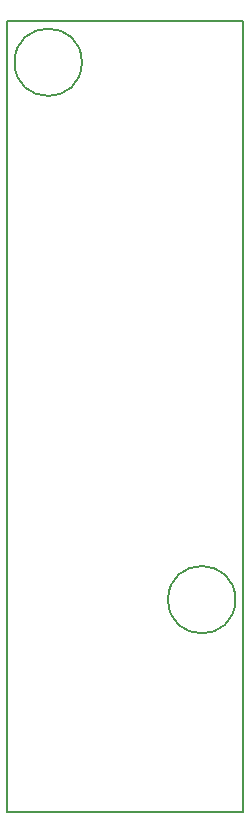
<source format=gbr>
%TF.GenerationSoftware,KiCad,Pcbnew,7.0.10*%
%TF.CreationDate,2024-02-17T17:59:34+01:00*%
%TF.ProjectId,Master_Clock,4d617374-6572-45f4-936c-6f636b2e6b69,1.1*%
%TF.SameCoordinates,Original*%
%TF.FileFunction,Other,Comment*%
%FSLAX46Y46*%
G04 Gerber Fmt 4.6, Leading zero omitted, Abs format (unit mm)*
G04 Created by KiCad (PCBNEW 7.0.10) date 2024-02-17 17:59:34*
%MOMM*%
%LPD*%
G01*
G04 APERTURE LIST*
%ADD10C,0.150000*%
%TA.AperFunction,Profile*%
%ADD11C,0.150000*%
%TD*%
G04 APERTURE END LIST*
D10*
%TO.C,H1*%
X150350000Y-61500000D02*
G75*
G03*
X144650000Y-61500000I-2850000J0D01*
G01*
X144650000Y-61500000D02*
G75*
G03*
X150350000Y-61500000I2850000J0D01*
G01*
%TO.C,H2*%
X163350000Y-107000000D02*
G75*
G03*
X157650000Y-107000000I-2850000J0D01*
G01*
X157650000Y-107000000D02*
G75*
G03*
X163350000Y-107000000I2850000J0D01*
G01*
%TD*%
D11*
X144000000Y-58000000D02*
X164000000Y-58000000D01*
X164000000Y-125000000D01*
X144000000Y-125000000D01*
X144000000Y-58000000D01*
M02*

</source>
